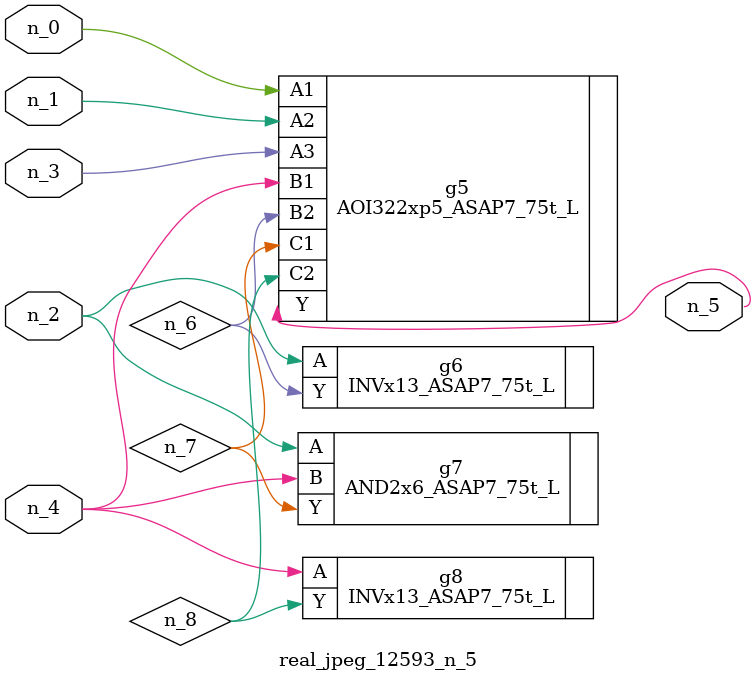
<source format=v>
module real_jpeg_12593_n_5 (n_4, n_0, n_1, n_2, n_3, n_5);

input n_4;
input n_0;
input n_1;
input n_2;
input n_3;

output n_5;

wire n_8;
wire n_6;
wire n_7;

AOI322xp5_ASAP7_75t_L g5 ( 
.A1(n_0),
.A2(n_1),
.A3(n_3),
.B1(n_4),
.B2(n_6),
.C1(n_7),
.C2(n_8),
.Y(n_5)
);

INVx13_ASAP7_75t_L g6 ( 
.A(n_2),
.Y(n_6)
);

AND2x6_ASAP7_75t_L g7 ( 
.A(n_2),
.B(n_4),
.Y(n_7)
);

INVx13_ASAP7_75t_L g8 ( 
.A(n_4),
.Y(n_8)
);


endmodule
</source>
